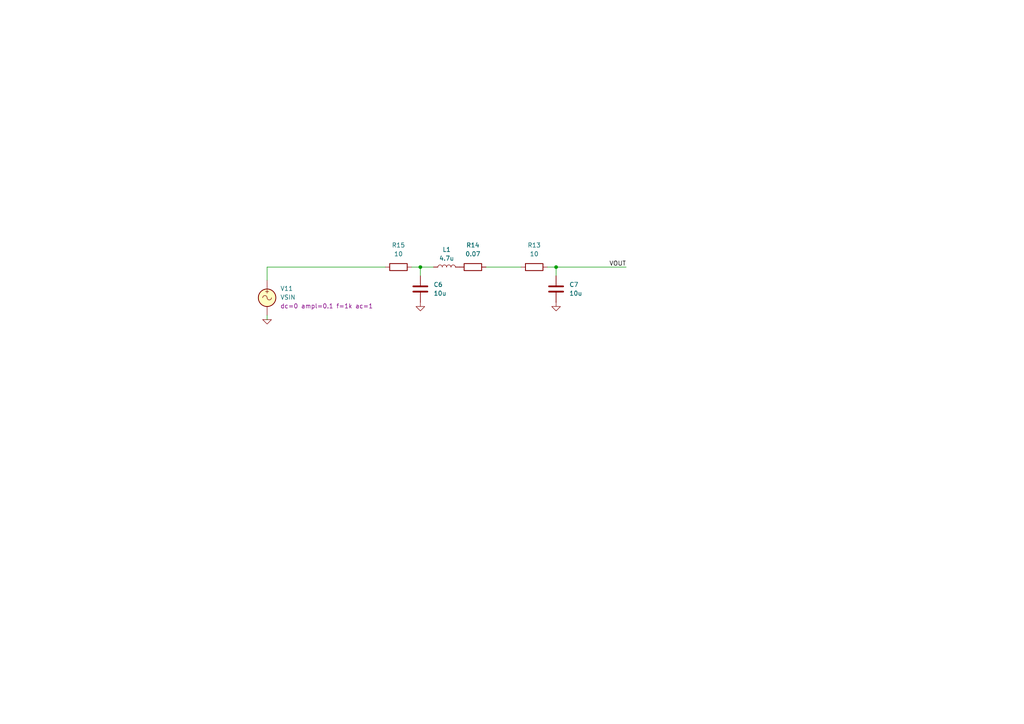
<source format=kicad_sch>
(kicad_sch (version 20231120) (generator "eeschema") (generator_version "8.0")
  (paper "A4")
  (lib_symbols
    (symbol "Device:C" (pin_numbers hide) (pin_names (offset 0.254))
      (property "Reference" "C" (at 0.635 2.54 0))
      (property "Value" "C" (at 0.635 -2.54 0))
      (symbol "C_0_1"
        (polyline (pts (xy -2.032 -0.762) (xy 2.032 -0.762)) (stroke (width 0.508)))
        (polyline (pts (xy -2.032 0.762) (xy 2.032 0.762)) (stroke (width 0.508)))
      )
      (symbol "C_1_1"
        (pin passive line (at 0 3.81 270) (length 2.794) (name "~") (number "1"))
        (pin passive line (at 0 -3.81 90) (length 2.794) (name "~") (number "2"))
      )
    )
    (symbol "Device:L" (pin_numbers hide) (pin_names (offset 1.016) hide)
      (property "Reference" "L" (at -1.27 0 90))
      (property "Value" "L" (at 1.905 0 90))
      (symbol "L_0_1"
        (arc (start 0 -2.54) (mid 0.6323 -1.905) (end 0 -1.27))
        (arc (start 0 -1.27) (mid 0.6323 -0.635) (end 0 0))
        (arc (start 0 0) (mid 0.6323 0.635) (end 0 1.27))
        (arc (start 0 1.27) (mid 0.6323 1.905) (end 0 2.54))
      )
      (symbol "L_1_1"
        (pin passive line (at 0 3.81 270) (length 1.27) (name "1") (number "1"))
        (pin passive line (at 0 -3.81 90) (length 1.27) (name "2") (number "2"))
      )
    )
    (symbol "Simulation_SPICE:0" (power) (pin_numbers hide) (pin_names (offset 0) hide)
      (property "Value" "0" (at 0 -2.54 0))
      (symbol "0_0_1"
        (polyline (pts (xy -1.27 0) (xy 0 -1.27) (xy 1.27 0) (xy -1.27 0)))
      )
      (symbol "0_1_1"
        (pin power_in line (at 0 0 0) (length 0) (name "~") (number "1"))
      )
    )
    (symbol "Simulation_SPICE:VSIN" (pin_numbers hide) (pin_names (offset 0.0254))
      (property "Reference" "V" (at 2.54 2.54 0))
      (property "Value" "VSIN" (at 2.54 0 0))
      (property "Sim.Params" "dc=0 ampl=1 f=1k ac=1" (at 2.54 -2.54 0))
      (symbol "VSIN_0_0"
        (arc (start 0 0) (mid -0.635 0.6323) (end -1.27 0))
        (arc (start 0 0) (mid 0.635 -0.6323) (end 1.27 0))
        (text "+" (at 0 1.905 0) (effects (font (size 1.27 1.27))))
      )
      (symbol "VSIN_0_1"
        (circle (center 0 0) (radius 2.54) (stroke (width 0.254)) (fill (type background)))
      )
      (symbol "VSIN_1_1"
        (pin passive line (at 0 5.08 270) (length 2.54) (name "~") (number "1"))
        (pin passive line (at 0 -5.08 90) (length 2.54) (name "~") (number "2"))
      )
    )
    (symbol "power:GND" (power) (pin_numbers hide) (pin_names (offset 0) hide)
      (property "Value" "GND" (at 0 -3.81 0))
      (symbol "GND_0_1"
        (polyline (pts (xy 0 0) (xy 0 -1.27) (xy 1.27 -1.27) (xy 0 -2.54) (xy -1.27 -1.27) (xy 0 -1.27)))
      )
      (symbol "GND_1_1"
        (pin power_in line (at 0 0 270) (length 0) (name "~") (number "1"))
      )
    )
    (symbol "rflib:R" (pin_numbers hide) (pin_names (offset 0))
      (property "Reference" "R" (at 2.032 0 90))
      (property "Value" "R" (at 0 0 90))
      (symbol "R_0_1"
        (rectangle (start -1.016 -2.54) (end 1.016 2.54) (stroke (width 0.254)))
      )
      (symbol "R_1_1"
        (pin passive line (at 0 3.81 270) (length 1.27) (name "~") (number "1"))
        (pin passive line (at 0 -3.81 90) (length 1.27) (name "~") (number "2"))
      )
    )
  )
  (junction (at 121.92 77.47))
  (junction (at 161.29 77.47))
  (wire (pts (xy 125.73 77.47) (xy 121.92 77.47)))
  (wire (pts (xy 77.47 77.47) (xy 77.47 81.28)))
  (wire (pts (xy 161.29 77.47) (xy 181.61 77.47)))
  (wire (pts (xy 158.75 77.47) (xy 161.29 77.47)))
  (wire (pts (xy 121.92 77.47) (xy 121.92 80.01)))
  (wire (pts (xy 77.47 91.44) (xy 77.47 92.71)))
  (wire (pts (xy 161.29 77.47) (xy 161.29 80.01)))
  (wire (pts (xy 77.47 77.47) (xy 111.76 77.47)))
  (wire (pts (xy 119.38 77.47) (xy 121.92 77.47)))
  (wire (pts (xy 140.97 77.47) (xy 151.13 77.47)))
  (label "VOUT" (at 181.61 77.47 180))
  (symbol (lib_id "Device:C") (at 161.29 83.82 0) (unit 1)
    (property "Reference" "C7" (at 165.1 82.5499 0) (effects (justify left)))
    (property "Value" "10u" (at 165.1 85.0899 0) (effects (justify left)))
    (property "Footprint" "Capacitor_SMD:C_1206_3216Metric" (effects (hide yes)))
    (property "Description" "Unpolarized capacitor" (effects (hide yes)))
    (property "LCSC" "C13585" (effects (hide yes)))
  )
  (symbol (lib_id "rflib:R") (at 137.16 77.47 90) (unit 1)
    (property "Reference" "R14" (at 137.16 71.12 90))
    (property "Value" "0.07" (at 137.16 73.66 90))
    (property "Footprint" "Resistor_SMD:R_0603_1608Metric" (effects (hide yes)))
    (property "Description" "Resistor" (effects (hide yes)))
    (property "LCSC" "C22859" (effects (hide yes)))
  )
  (symbol (lib_id "power:GND") (at 121.92 87.63 0) (unit 1)
    (property "Reference" "#PWR01" (effects (hide yes)))
    (property "Value" "GND" (effects (hide yes)))
    (property "Description" "Power symbol creates a global label with name \"GND\" , ground" (effects (hide yes)))
  )
  (symbol (lib_id "Device:C") (at 121.92 83.82 0) (unit 1)
    (property "Reference" "C6" (at 125.73 82.5499 0) (effects (justify left)))
    (property "Value" "10u" (at 125.73 85.0899 0) (effects (justify left)))
    (property "Footprint" "Capacitor_SMD:C_1206_3216Metric" (effects (hide yes)))
    (property "Description" "Unpolarized capacitor" (effects (hide yes)))
    (property "LCSC" "C13585" (effects (hide yes)))
  )
  (symbol (lib_id "rflib:R") (at 115.57 77.47 90) (unit 1)
    (property "Reference" "R15" (at 115.57 71.12 90))
    (property "Value" "10" (at 115.57 73.66 90))
    (property "Footprint" "Resistor_SMD:R_0603_1608Metric" (effects (hide yes)))
    (property "Description" "Resistor" (effects (hide yes)))
    (property "LCSC" "C22859" (effects (hide yes)))
  )
  (symbol (lib_id "power:GND") (at 161.29 87.63 0) (unit 1)
    (property "Reference" "#PWR02" (effects (hide yes)))
    (property "Value" "GND" (effects (hide yes)))
    (property "Description" "Power symbol creates a global label with name \"GND\" , ground" (effects (hide yes)))
  )
  (symbol (lib_id "Device:L") (at 129.54 77.47 90) (unit 1)
    (property "Reference" "L1" (at 129.54 72.39 90))
    (property "Value" "4.7u" (at 129.54 74.93 90))
    (property "Description" "Inductor" (effects (hide yes)))
    (property "LCSC" "C43183" (effects (hide yes)))
  )
  (symbol (lib_id "Simulation_SPICE:VSIN") (at 77.47 86.36 0) (unit 1)
    (property "Reference" "V11" (at 81.28 83.6901 0) (effects (justify left)))
    (property "Value" "VSIN" (at 81.28 86.2301 0) (effects (justify left)))
    (property "Datasheet" "https://ngspice.sourceforge.io/docs/ngspice-html-manual/manual.xhtml#sec_Independent_Sources_for" (effects (hide yes)))
    (property "Description" "Voltage source, sinusoidal" (effects (hide yes)))
    (property "Sim.Pins" "1=+ 2=-" (effects (hide yes)))
    (property "Sim.Params" "dc=0 ampl=0.1 f=1k ac=1" (at 81.28 88.7701 0) (effects (justify left)))
    (property "Sim.Type" "SIN" (effects (hide yes)))
    (property "Sim.Device" "V" (effects (hide yes)))
  )
  (symbol (lib_id "Simulation_SPICE:0") (at 77.47 92.71 0) (unit 1)
    (property "Reference" "#GND013" (effects (hide yes)))
    (property "Value" "0" (effects (hide yes)))
    (property "Datasheet" "https://ngspice.sourceforge.io/docs/ngspice-html-manual/manual.xhtml#subsec_Circuit_elements__device" (effects (hide yes)))
    (property "Description" "0V reference potential for simulation" (effects (hide yes)))
  )
  (symbol (lib_id "rflib:R") (at 154.94 77.47 90) (unit 1)
    (property "Reference" "R13" (at 154.94 71.12 90))
    (property "Value" "10" (at 154.94 73.66 90))
    (property "Footprint" "Resistor_SMD:R_0603_1608Metric" (effects (hide yes)))
    (property "Description" "Resistor" (effects (hide yes)))
    (property "LCSC" "C22859" (effects (hide yes)))
  )
)
</source>
